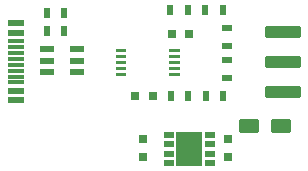
<source format=gtp>
G04*
G04 #@! TF.GenerationSoftware,Altium Limited,Altium Designer,24.4.1 (13)*
G04*
G04 Layer_Color=8421504*
%FSLAX25Y25*%
%MOIN*%
G70*
G04*
G04 #@! TF.SameCoordinates,79C11BDE-9AA4-4B6C-B3B8-DA90EC57A962*
G04*
G04*
G04 #@! TF.FilePolarity,Positive*
G04*
G01*
G75*
G04:AMPARAMS|DCode=16|XSize=39.37mil|YSize=118.11mil|CornerRadius=4.92mil|HoleSize=0mil|Usage=FLASHONLY|Rotation=90.000|XOffset=0mil|YOffset=0mil|HoleType=Round|Shape=RoundedRectangle|*
%AMROUNDEDRECTD16*
21,1,0.03937,0.10827,0,0,90.0*
21,1,0.02953,0.11811,0,0,90.0*
1,1,0.00984,0.05413,0.01476*
1,1,0.00984,0.05413,-0.01476*
1,1,0.00984,-0.05413,-0.01476*
1,1,0.00984,-0.05413,0.01476*
%
%ADD16ROUNDEDRECTD16*%
%ADD17R,0.02362X0.03543*%
G04:AMPARAMS|DCode=18|XSize=47.64mil|YSize=23.23mil|CornerRadius=2.9mil|HoleSize=0mil|Usage=FLASHONLY|Rotation=180.000|XOffset=0mil|YOffset=0mil|HoleType=Round|Shape=RoundedRectangle|*
%AMROUNDEDRECTD18*
21,1,0.04764,0.01742,0,0,180.0*
21,1,0.04183,0.02323,0,0,180.0*
1,1,0.00581,-0.02092,0.00871*
1,1,0.00581,0.02092,0.00871*
1,1,0.00581,0.02092,-0.00871*
1,1,0.00581,-0.02092,-0.00871*
%
%ADD18ROUNDEDRECTD18*%
%ADD19R,0.03543X0.02362*%
%ADD20R,0.03150X0.03150*%
%ADD21R,0.03150X0.03150*%
%ADD22R,0.08700X0.11800*%
%ADD23R,0.03600X0.02000*%
%ADD24R,0.05709X0.02362*%
%ADD25R,0.05709X0.01181*%
G04:AMPARAMS|DCode=26|XSize=67.32mil|YSize=48.42mil|CornerRadius=6.05mil|HoleSize=0mil|Usage=FLASHONLY|Rotation=180.000|XOffset=0mil|YOffset=0mil|HoleType=Round|Shape=RoundedRectangle|*
%AMROUNDEDRECTD26*
21,1,0.06732,0.03632,0,0,180.0*
21,1,0.05522,0.04842,0,0,180.0*
1,1,0.01211,-0.02761,0.01816*
1,1,0.01211,0.02761,0.01816*
1,1,0.01211,0.02761,-0.01816*
1,1,0.01211,-0.02761,-0.01816*
%
%ADD26ROUNDEDRECTD26*%
G36*
X62894Y17028D02*
X59449D01*
Y18012D01*
X62894D01*
Y17028D01*
D02*
G37*
G36*
Y18996D02*
X59449D01*
Y19980D01*
X62894D01*
Y18996D01*
D02*
G37*
G36*
Y20965D02*
X59449D01*
Y21949D01*
X62894D01*
Y20965D01*
D02*
G37*
G36*
Y22933D02*
X59449D01*
Y23917D01*
X62894D01*
Y22933D01*
D02*
G37*
G36*
Y24902D02*
X59449D01*
Y25886D01*
X62894D01*
Y24902D01*
D02*
G37*
G36*
X80709Y17028D02*
X77264D01*
Y18012D01*
X80709D01*
Y17028D01*
D02*
G37*
G36*
Y18996D02*
X77264D01*
Y19980D01*
X80709D01*
Y18996D01*
D02*
G37*
G36*
Y20965D02*
X77264D01*
Y21949D01*
X80709D01*
Y20965D01*
D02*
G37*
G36*
Y22933D02*
X77264D01*
Y23917D01*
X80709D01*
Y22933D01*
D02*
G37*
G36*
Y24902D02*
X77264D01*
Y25886D01*
X80709D01*
Y24902D01*
D02*
G37*
D16*
X115157Y11850D02*
D03*
Y21850D02*
D03*
Y31850D02*
D03*
D17*
X42323Y37992D02*
D03*
X36417D02*
D03*
X42323Y31890D02*
D03*
X36417D02*
D03*
X95353Y10335D02*
D03*
X89447D02*
D03*
X77756D02*
D03*
X83661D02*
D03*
X77658Y39173D02*
D03*
X83563D02*
D03*
X95255D02*
D03*
X89349D02*
D03*
D18*
X36640Y18406D02*
D03*
Y22146D02*
D03*
Y25886D02*
D03*
X46522D02*
D03*
Y22146D02*
D03*
Y18406D02*
D03*
D19*
X96653Y22244D02*
D03*
Y16339D02*
D03*
Y27165D02*
D03*
Y33071D02*
D03*
D20*
X71752Y10335D02*
D03*
X65847D02*
D03*
X78051Y31102D02*
D03*
X83957D02*
D03*
D21*
X68504Y-9941D02*
D03*
Y-4035D02*
D03*
X96752Y-9941D02*
D03*
Y-4035D02*
D03*
D22*
X83957Y-7382D02*
D03*
D23*
X90857Y-2682D02*
D03*
Y-5782D02*
D03*
Y-8982D02*
D03*
Y-12082D02*
D03*
X77057D02*
D03*
Y-8982D02*
D03*
Y-5782D02*
D03*
Y-2682D02*
D03*
D24*
X26161Y34555D02*
D03*
Y31405D02*
D03*
Y12114D02*
D03*
Y8965D02*
D03*
D25*
Y22744D02*
D03*
Y24713D02*
D03*
Y26681D02*
D03*
Y28650D02*
D03*
Y20776D02*
D03*
Y18807D02*
D03*
Y16839D02*
D03*
Y14870D02*
D03*
D26*
X103839Y295D02*
D03*
X114469D02*
D03*
M02*

</source>
